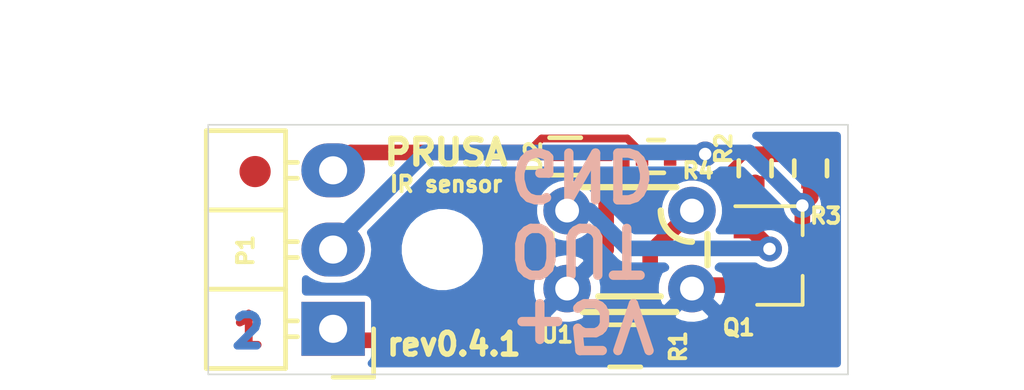
<source format=kicad_pcb>
(kicad_pcb (version 20171130) (host pcbnew 5.1.8+dfsg1-1+b1)

  (general
    (thickness 1.6)
    (drawings 12)
    (tracks 56)
    (zones 0)
    (modules 11)
    (nets 7)
  )

  (page A4)
  (title_block
    (title "IR sensor")
    (date 2020-06-24)
    (rev 0.4.1)
    (company "PRUSA RESEARCH s.r.o")
    (comment 1 http://creativecommons.org/licenses/by-sa/4.0/)
    (comment 2 "Licensed under the Attribution-ShareAlike 4.0 International (CC BY-SA 4.0)")
  )

  (layers
    (0 F.Cu signal)
    (31 B.Cu signal)
    (32 B.Adhes user)
    (33 F.Adhes user)
    (34 B.Paste user)
    (35 F.Paste user)
    (36 B.SilkS user)
    (37 F.SilkS user)
    (38 B.Mask user)
    (39 F.Mask user)
    (40 Dwgs.User user)
    (41 Cmts.User user)
    (42 Eco1.User user)
    (43 Eco2.User user)
    (44 Edge.Cuts user)
    (45 Margin user)
    (46 B.CrtYd user hide)
    (47 F.CrtYd user)
    (48 B.Fab user hide)
    (49 F.Fab user hide)
  )

  (setup
    (last_trace_width 0.25)
    (user_trace_width 0.2)
    (user_trace_width 0.5)
    (trace_clearance 0.2)
    (zone_clearance 0.2)
    (zone_45_only no)
    (trace_min 0.2)
    (via_size 0.8)
    (via_drill 0.4)
    (via_min_size 0.4)
    (via_min_drill 0.3)
    (user_via 1.2 0.5)
    (uvia_size 0.3)
    (uvia_drill 0.1)
    (uvias_allowed no)
    (uvia_min_size 0.2)
    (uvia_min_drill 0.1)
    (edge_width 0.05)
    (segment_width 0.2)
    (pcb_text_width 0.3)
    (pcb_text_size 1.5 1.5)
    (mod_edge_width 0.12)
    (mod_text_size 1 1)
    (mod_text_width 0.15)
    (pad_size 2.032 1.7272)
    (pad_drill 0.9)
    (pad_to_mask_clearance 0.02)
    (solder_mask_min_width 0.25)
    (aux_axis_origin 0 0)
    (visible_elements FFFFFF7F)
    (pcbplotparams
      (layerselection 0x010f8_ffffffff)
      (usegerberextensions true)
      (usegerberattributes false)
      (usegerberadvancedattributes false)
      (creategerberjobfile false)
      (excludeedgelayer true)
      (linewidth 0.100000)
      (plotframeref false)
      (viasonmask false)
      (mode 1)
      (useauxorigin false)
      (hpglpennumber 1)
      (hpglpenspeed 20)
      (hpglpendiameter 15.000000)
      (psnegative false)
      (psa4output false)
      (plotreference true)
      (plotvalue true)
      (plotinvisibletext false)
      (padsonsilk false)
      (subtractmaskfromsilk false)
      (outputformat 1)
      (mirror false)
      (drillshape 0)
      (scaleselection 1)
      (outputdirectory "gerber/"))
  )

  (net 0 "")
  (net 1 "Net-(P1-Pad1)")
  (net 2 "Net-(P1-Pad2)")
  (net 3 "Net-(R1-Pad1)")
  (net 4 "Net-(Q1-Pad1)")
  (net 5 "Net-(D2-Pad1)")
  (net 6 /GND)

  (net_class Default "Toto je výchozí třída sítě."
    (clearance 0.2)
    (trace_width 0.25)
    (via_dia 0.8)
    (via_drill 0.4)
    (uvia_dia 0.3)
    (uvia_drill 0.1)
    (add_net /GND)
    (add_net "Net-(D2-Pad1)")
    (add_net "Net-(P1-Pad1)")
    (add_net "Net-(P1-Pad2)")
    (add_net "Net-(Q1-Pad1)")
    (add_net "Net-(R1-Pad1)")
  )

  (module Resistors_SMD:R_0402 (layer F.Cu) (tedit 58307A8A) (tstamp 5D1DAE39)
    (at 14.351 -6.985)
    (descr "Resistor SMD 0402, reflow soldering, Vishay (see dcrcw.pdf)")
    (tags "resistor 0402")
    (path /5D1DA941)
    (attr smd)
    (fp_text reference R4 (at 1.3462 0.4572) (layer F.SilkS)
      (effects (font (size 0.5 0.5) (thickness 0.15)))
    )
    (fp_text value 56k (at 0 1.8) (layer F.Fab)
      (effects (font (size 1 1) (thickness 0.15)))
    )
    (fp_line (start -0.25 0.525) (end 0.25 0.525) (layer F.SilkS) (width 0.15))
    (fp_line (start 0.25 -0.525) (end -0.25 -0.525) (layer F.SilkS) (width 0.15))
    (fp_line (start 0.95 -0.65) (end 0.95 0.65) (layer F.CrtYd) (width 0.05))
    (fp_line (start -0.95 -0.65) (end -0.95 0.65) (layer F.CrtYd) (width 0.05))
    (fp_line (start -0.95 0.65) (end 0.95 0.65) (layer F.CrtYd) (width 0.05))
    (fp_line (start -0.95 -0.65) (end 0.95 -0.65) (layer F.CrtYd) (width 0.05))
    (fp_line (start -0.5 -0.25) (end 0.5 -0.25) (layer F.Fab) (width 0.1))
    (fp_line (start 0.5 -0.25) (end 0.5 0.25) (layer F.Fab) (width 0.1))
    (fp_line (start 0.5 0.25) (end -0.5 0.25) (layer F.Fab) (width 0.1))
    (fp_line (start -0.5 0.25) (end -0.5 -0.25) (layer F.Fab) (width 0.1))
    (pad 1 smd rect (at -0.45 0) (size 0.4 0.6) (layers F.Cu F.Paste F.Mask)
      (net 5 "Net-(D2-Pad1)"))
    (pad 2 smd rect (at 0.45 0) (size 0.4 0.6) (layers F.Cu F.Paste F.Mask)
      (net 2 "Net-(P1-Pad2)"))
    (model ${KISYS3DMOD}/Resistor_SMD.3dshapes/R_0402_1005Metric.step
      (at (xyz 0 0 0))
      (scale (xyz 1 1 1))
      (rotate (xyz 0 0 0))
    )
  )

  (module Resistors_SMD:R_0402 (layer F.Cu) (tedit 58307A8A) (tstamp 5D1DAE2A)
    (at 19.304 -6.604 90)
    (descr "Resistor SMD 0402, reflow soldering, Vishay (see dcrcw.pdf)")
    (tags "resistor 0402")
    (path /5BE2C39F)
    (attr smd)
    (fp_text reference R3 (at -1.524 0.4826 180) (layer F.SilkS)
      (effects (font (size 0.5 0.5) (thickness 0.15)))
    )
    (fp_text value 10k (at 0 1.8 90) (layer F.Fab)
      (effects (font (size 1 1) (thickness 0.15)))
    )
    (fp_line (start -0.5 0.25) (end -0.5 -0.25) (layer F.Fab) (width 0.1))
    (fp_line (start 0.5 0.25) (end -0.5 0.25) (layer F.Fab) (width 0.1))
    (fp_line (start 0.5 -0.25) (end 0.5 0.25) (layer F.Fab) (width 0.1))
    (fp_line (start -0.5 -0.25) (end 0.5 -0.25) (layer F.Fab) (width 0.1))
    (fp_line (start -0.95 -0.65) (end 0.95 -0.65) (layer F.CrtYd) (width 0.05))
    (fp_line (start -0.95 0.65) (end 0.95 0.65) (layer F.CrtYd) (width 0.05))
    (fp_line (start -0.95 -0.65) (end -0.95 0.65) (layer F.CrtYd) (width 0.05))
    (fp_line (start 0.95 -0.65) (end 0.95 0.65) (layer F.CrtYd) (width 0.05))
    (fp_line (start 0.25 -0.525) (end -0.25 -0.525) (layer F.SilkS) (width 0.15))
    (fp_line (start -0.25 0.525) (end 0.25 0.525) (layer F.SilkS) (width 0.15))
    (pad 2 smd rect (at 0.45 0 90) (size 0.4 0.6) (layers F.Cu F.Paste F.Mask)
      (net 1 "Net-(P1-Pad1)"))
    (pad 1 smd rect (at -0.45 0 90) (size 0.4 0.6) (layers F.Cu F.Paste F.Mask)
      (net 2 "Net-(P1-Pad2)"))
    (model ${KISYS3DMOD}/Resistor_SMD.3dshapes/R_0402_1005Metric.step
      (at (xyz 0 0 0))
      (scale (xyz 1 1 1))
      (rotate (xyz 0 0 0))
    )
  )

  (module Resistors_SMD:R_0402 (layer F.Cu) (tedit 58307A8A) (tstamp 5D1DB41E)
    (at 17.526 -6.604 270)
    (descr "Resistor SMD 0402, reflow soldering, Vishay (see dcrcw.pdf)")
    (tags "resistor 0402")
    (path /5BD6C176)
    (attr smd)
    (fp_text reference R2 (at -0.635 1.016 270) (layer F.SilkS)
      (effects (font (size 0.5 0.5) (thickness 0.15)))
    )
    (fp_text value 10k (at 0 1.8 270) (layer F.Fab)
      (effects (font (size 1 1) (thickness 0.15)))
    )
    (fp_line (start -0.25 0.525) (end 0.25 0.525) (layer F.SilkS) (width 0.15))
    (fp_line (start 0.25 -0.525) (end -0.25 -0.525) (layer F.SilkS) (width 0.15))
    (fp_line (start 0.95 -0.65) (end 0.95 0.65) (layer F.CrtYd) (width 0.05))
    (fp_line (start -0.95 -0.65) (end -0.95 0.65) (layer F.CrtYd) (width 0.05))
    (fp_line (start -0.95 0.65) (end 0.95 0.65) (layer F.CrtYd) (width 0.05))
    (fp_line (start -0.95 -0.65) (end 0.95 -0.65) (layer F.CrtYd) (width 0.05))
    (fp_line (start -0.5 -0.25) (end 0.5 -0.25) (layer F.Fab) (width 0.1))
    (fp_line (start 0.5 -0.25) (end 0.5 0.25) (layer F.Fab) (width 0.1))
    (fp_line (start 0.5 0.25) (end -0.5 0.25) (layer F.Fab) (width 0.1))
    (fp_line (start -0.5 0.25) (end -0.5 -0.25) (layer F.Fab) (width 0.1))
    (pad 1 smd rect (at -0.45 0 270) (size 0.4 0.6) (layers F.Cu F.Paste F.Mask)
      (net 1 "Net-(P1-Pad1)"))
    (pad 2 smd rect (at 0.45 0 270) (size 0.4 0.6) (layers F.Cu F.Paste F.Mask)
      (net 4 "Net-(Q1-Pad1)"))
    (model ${KISYS3DMOD}/Resistor_SMD.3dshapes/R_0402_1005Metric.step
      (at (xyz 0 0 0))
      (scale (xyz 1 1 1))
      (rotate (xyz 0 0 0))
    )
  )

  (module ok1hra:SOD-523-ShortSilk (layer F.Cu) (tedit 5C9A2AB3) (tstamp 5D0CDF26)
    (at 11.938 -6.985)
    (descr "http://www.diodes.com/datasheets/ap02001.pdf p.144")
    (tags "Diode SOD523")
    (path /5D0C3FD7)
    (attr smd)
    (fp_text reference D2 (at -1.524 0 90) (layer F.SilkS)
      (effects (font (size 0.5 0.5) (thickness 0.15)))
    )
    (fp_text value BAT54KFILM (at 0 1.7) (layer F.Fab)
      (effects (font (size 1 1) (thickness 0.15)))
    )
    (fp_line (start 1.25 -0.75) (end 1.25 0.75) (layer F.CrtYd) (width 0.05))
    (fp_line (start -1.25 -0.75) (end 1.25 -0.75) (layer F.CrtYd) (width 0.05))
    (fp_line (start -1.25 0.75) (end -1.25 -0.75) (layer F.CrtYd) (width 0.05))
    (fp_line (start 1.25 0.75) (end -1.25 0.75) (layer F.CrtYd) (width 0.05))
    (fp_line (start 0.1 0) (end 0.25 0) (layer F.Fab) (width 0.15))
    (fp_line (start 0.1 -0.2) (end -0.2 0) (layer F.Fab) (width 0.15))
    (fp_line (start 0.1 0.2) (end 0.1 -0.2) (layer F.Fab) (width 0.15))
    (fp_line (start -0.2 0) (end 0.1 0.2) (layer F.Fab) (width 0.15))
    (fp_line (start -0.2 0) (end -0.35 0) (layer F.Fab) (width 0.15))
    (fp_line (start -0.2 0.2) (end -0.2 -0.2) (layer F.Fab) (width 0.15))
    (fp_line (start 0.6 -0.4) (end 0.6 0.4) (layer F.Fab) (width 0.15))
    (fp_line (start -0.6 -0.4) (end 0.6 -0.4) (layer F.Fab) (width 0.15))
    (fp_line (start -0.6 0.4) (end -0.6 -0.4) (layer F.Fab) (width 0.15))
    (fp_line (start 0.6 0.4) (end -0.6 0.4) (layer F.Fab) (width 0.15))
    (fp_line (start 0.000199 -0.6) (end -1 -0.6) (layer F.SilkS) (width 0.15))
    (fp_line (start -0.01 0.6) (end -1 0.6) (layer F.SilkS) (width 0.15))
    (pad 1 smd rect (at -0.675 0 180) (size 0.65 0.3) (layers F.Cu F.Paste F.Mask)
      (net 5 "Net-(D2-Pad1)"))
    (pad 2 smd rect (at 0.675 0 180) (size 0.65 0.3) (layers F.Cu F.Paste F.Mask)
      (net 6 /GND))
    (model ${KISYS3DMOD}/Diode_SMD.3dshapes/D_SOD-523.step
      (at (xyz 0 0 0))
      (scale (xyz 1 1 1))
      (rotate (xyz 0 0 0))
    )
  )

  (module Fiducials:Fiducial_1mm_Dia_2.54mm_Outer_CopperTop locked (layer F.Cu) (tedit 0) (tstamp 5C1CE6B1)
    (at 19 -1.5)
    (descr "Circular Fiducial, 1mm bare copper top; 2.54mm keepout")
    (tags marker)
    (attr smd)
    (fp_text reference REF** (at 3.4 0.7) (layer F.SilkS) hide
      (effects (font (size 0.5 0.5) (thickness 0.15)))
    )
    (fp_text value Fiducial_1mm_Dia_2.54mm_Outer_CopperTop (at 0 -1.8) (layer F.Fab)
      (effects (font (size 1 1) (thickness 0.15)))
    )
    (fp_circle (center 0 0) (end 1.55 0) (layer F.CrtYd) (width 0.05))
    (pad ~ smd circle (at 0 0) (size 1 1) (layers F.Cu F.Mask)
      (solder_mask_margin 0.77) (clearance 0.77))
  )

  (module TO_SOT_Packages_SMD:SOT-23 (layer F.Cu) (tedit 583F39EB) (tstamp 5BE18B2F)
    (at 18.288 -3.81)
    (descr "SOT-23, Standard")
    (tags SOT-23)
    (path /5BE32902)
    (attr smd)
    (fp_text reference Q1 (at -1.288 2.31 180) (layer F.SilkS)
      (effects (font (size 0.5 0.5) (thickness 0.15)))
    )
    (fp_text value 2N7002KT1G (at 0 2.5) (layer F.Fab)
      (effects (font (size 1 1) (thickness 0.15)))
    )
    (fp_line (start 0.76 1.58) (end 0.76 0.65) (layer F.SilkS) (width 0.12))
    (fp_line (start 0.76 -1.58) (end 0.76 -0.65) (layer F.SilkS) (width 0.12))
    (fp_line (start 0.7 -1.52) (end 0.7 1.52) (layer F.Fab) (width 0.15))
    (fp_line (start -0.7 1.52) (end 0.7 1.52) (layer F.Fab) (width 0.15))
    (fp_line (start -1.7 -1.75) (end 1.7 -1.75) (layer F.CrtYd) (width 0.05))
    (fp_line (start 1.7 -1.75) (end 1.7 1.75) (layer F.CrtYd) (width 0.05))
    (fp_line (start 1.7 1.75) (end -1.7 1.75) (layer F.CrtYd) (width 0.05))
    (fp_line (start -1.7 1.75) (end -1.7 -1.75) (layer F.CrtYd) (width 0.05))
    (fp_line (start 0.76 -1.58) (end -1.4 -1.58) (layer F.SilkS) (width 0.12))
    (fp_line (start -0.7 -1.52) (end 0.7 -1.52) (layer F.Fab) (width 0.15))
    (fp_line (start -0.7 -1.52) (end -0.7 1.52) (layer F.Fab) (width 0.15))
    (fp_line (start 0.76 1.58) (end -0.7 1.58) (layer F.SilkS) (width 0.12))
    (pad 3 smd rect (at 1 0) (size 0.9 0.8) (layers F.Cu F.Paste F.Mask)
      (net 2 "Net-(P1-Pad2)"))
    (pad 2 smd rect (at -1 0.95) (size 0.9 0.8) (layers F.Cu F.Paste F.Mask)
      (net 6 /GND))
    (pad 1 smd rect (at -1 -0.95) (size 0.9 0.8) (layers F.Cu F.Paste F.Mask)
      (net 4 "Net-(Q1-Pad1)"))
    (model ${KISYS3DMOD}/Package_TO_SOT_SMD.3dshapes/SOT-23.step
      (at (xyz 0 0 0))
      (scale (xyz 1 1 1))
      (rotate (xyz 0 0 0))
    )
  )

  (module Mounting_Holes:MountingHole_2.2mm_M2 locked (layer F.Cu) (tedit 56D1B4CB) (tstamp 5BDDDE11)
    (at 7.5 -4)
    (descr "Mounting Hole 2.2mm, no annular, M2")
    (tags "mounting hole 2.2mm no annular m2")
    (attr virtual)
    (fp_text reference REF** (at 0 -3.2) (layer F.SilkS) hide
      (effects (font (size 0.5 0.5) (thickness 0.15)))
    )
    (fp_text value MountingHole_2.2mm_M2 (at 0 3.2) (layer F.Fab)
      (effects (font (size 1 1) (thickness 0.15)))
    )
    (fp_circle (center 0 0) (end 2.2 0) (layer Cmts.User) (width 0.15))
    (fp_circle (center 0 0) (end 2.45 0) (layer F.CrtYd) (width 0.05))
    (pad 1 np_thru_hole circle (at 0 0) (size 2.2 2.2) (drill 2.2) (layers *.Cu *.Mask))
  )

  (module ok1hra:IR-EE-SX1103 (layer F.Cu) (tedit 5BE00A7C) (tstamp 5BDF18B2)
    (at 13.5 -4 180)
    (path /5BD7084A)
    (fp_text reference U1 (at 2.324 -2.73 180) (layer F.SilkS)
      (effects (font (size 0.5 0.5) (thickness 0.15)))
    )
    (fp_text value EE-SX1103 (at 0 0 180) (layer F.Fab)
      (effects (font (size 0.5 0.5) (thickness 0.125)))
    )
    (fp_line (start -1.5 -2) (end 1.5 -2) (layer F.SilkS) (width 0.2))
    (fp_line (start 2.5 -0.5) (end 2.5 0.5) (layer F.SilkS) (width 0.2))
    (fp_line (start 1.5 2) (end -1.5 2) (layer F.SilkS) (width 0.2))
    (fp_line (start -2.5 -0.5) (end -2.5 0.5) (layer F.SilkS) (width 0.2))
    (fp_line (start -1 -1.5) (end 1 -1.5) (layer F.SilkS) (width 0.2))
    (fp_line (start -2.921 -2.159) (end 2.921 -2.159) (layer F.CrtYd) (width 0.1))
    (fp_line (start 2.921 -2.159) (end 2.921 2.159) (layer F.CrtYd) (width 0.1))
    (fp_line (start 2.921 2.159) (end -2.921 2.159) (layer F.CrtYd) (width 0.1))
    (fp_line (start -2.921 2.159) (end -2.921 -2.159) (layer F.CrtYd) (width 0.1))
    (fp_arc (start -2 1.25) (end -1 1.25) (angle -90) (layer F.SilkS) (width 0.2))
    (pad 3 thru_hole circle (at 2 -1.25 180) (size 1.524 1.524) (drill 0.762) (layers *.Cu *.Mask)
      (net 6 /GND))
    (pad 4 thru_hole circle (at 2 1.25 180) (size 1.524 1.524) (drill 0.762) (layers *.Cu *.Mask)
      (net 4 "Net-(Q1-Pad1)"))
    (pad 1 thru_hole circle (at -2 1.25 180) (size 1.524 1.524) (drill 0.762) (layers *.Cu *.Mask)
      (net 3 "Net-(R1-Pad1)"))
    (pad 2 thru_hole circle (at -2 -1.25 180) (size 1.524 1.524) (drill 0.762) (layers *.Cu *.Mask)
      (net 6 /GND))
    (model /home/dan/kicad/hra/lib/ok1hra3d/EE-SX1103.step
      (offset (xyz -2.5 -2 0))
      (scale (xyz 1 1 1))
      (rotate (xyz 0 0 0))
    )
  )

  (module Pin_Headers:Pin_Header_Angled_1x03 (layer F.Cu) (tedit 5DC2C4BD) (tstamp 5BE1B3CB)
    (at 4 -1.46 180)
    (descr "Through hole pin header")
    (tags "pin header")
    (path /5BD70990)
    (fp_text reference P1 (at 2.8028 2.507 270) (layer F.SilkS)
      (effects (font (size 0.5 0.5) (thickness 0.15)))
    )
    (fp_text value CONN_01X03 (at 0 -3.1 180) (layer F.Fab)
      (effects (font (size 1 1) (thickness 0.15)))
    )
    (fp_line (start 1.524 6.35) (end 4.064 6.35) (layer F.SilkS) (width 0.15))
    (fp_line (start 1.524 1.27) (end 4.064 1.27) (layer F.SilkS) (width 0.15))
    (fp_line (start 1.524 1.27) (end 1.524 3.81) (layer F.SilkS) (width 0.15))
    (fp_line (start 1.524 3.81) (end 4.064 3.81) (layer F.SilkS) (width 0.15))
    (fp_line (start 4.064 3.81) (end 4.064 1.27) (layer F.SilkS) (width 0.15))
    (fp_line (start 4.064 6.35) (end 4.064 3.81) (layer F.SilkS) (width 0.15))
    (fp_line (start 1.524 3.81) (end 1.524 6.35) (layer F.SilkS) (width 0.15))
    (fp_line (start 1.524 3.81) (end 4.064 3.81) (layer F.SilkS) (width 0.15))
    (fp_line (start 1.524 -1.27) (end 4.064 -1.27) (layer F.SilkS) (width 0.15))
    (fp_line (start 1.524 -1.27) (end 1.524 1.27) (layer F.SilkS) (width 0.15))
    (fp_line (start 1.524 1.27) (end 4.064 1.27) (layer F.SilkS) (width 0.15))
    (fp_line (start 4.064 1.27) (end 4.064 -1.27) (layer F.SilkS) (width 0.15))
    (fp_line (start 1.524 5.334) (end 1.143 5.334) (layer F.SilkS) (width 0.15))
    (fp_line (start 1.524 4.826) (end 1.143 4.826) (layer F.SilkS) (width 0.15))
    (fp_line (start 1.524 2.794) (end 1.143 2.794) (layer F.SilkS) (width 0.15))
    (fp_line (start 1.524 2.286) (end 1.143 2.286) (layer F.SilkS) (width 0.15))
    (fp_line (start 1.524 0.254) (end 1.143 0.254) (layer F.SilkS) (width 0.15))
    (fp_line (start 1.524 -0.254) (end 1.143 -0.254) (layer F.SilkS) (width 0.15))
    (fp_line (start 0 -1.55) (end -1.3 -1.55) (layer F.SilkS) (width 0.15))
    (fp_line (start -1.3 -1.55) (end -1.3 0) (layer F.SilkS) (width 0.15))
    (fp_line (start -1.5 6.85) (end 10.65 6.85) (layer F.CrtYd) (width 0.05))
    (fp_line (start -1.5 -1.75) (end 10.65 -1.75) (layer F.CrtYd) (width 0.05))
    (fp_line (start 10.65 -1.75) (end 10.65 6.85) (layer F.CrtYd) (width 0.05))
    (fp_line (start -1.5 -1.75) (end -1.5 6.85) (layer F.CrtYd) (width 0.05))
    (pad 1 thru_hole rect (at 0 0 180) (size 2.032 1.7272) (drill 0.9) (layers *.Cu *.Mask)
      (net 1 "Net-(P1-Pad1)"))
    (pad 2 thru_hole oval (at 0 2.54 180) (size 2.032 1.7272) (drill 0.9) (layers *.Cu *.Mask)
      (net 2 "Net-(P1-Pad2)"))
    (pad 3 thru_hole oval (at 0 5.08 180) (size 2.032 1.7272) (drill 0.9) (layers *.Cu *.Mask)
      (net 5 "Net-(D2-Pad1)"))
    (model ${KISYS3DMOD}/Connector_PinHeader_2.54mm.3dshapes/PinHeader_1x03_P2.54mm_Horizontal.step
      (at (xyz 0 0 0))
      (scale (xyz 1 1 1))
      (rotate (xyz 0 0 0))
    )
  )

  (module Resistors_SMD:R_0603 (layer F.Cu) (tedit 58307A47) (tstamp 5BDDD3B4)
    (at 13.3604 -0.9144 180)
    (descr "Resistor SMD 0603, reflow soldering, Vishay (see dcrcw.pdf)")
    (tags "resistor 0603")
    (path /5BD709E3)
    (attr smd)
    (fp_text reference R1 (at -1.7018 -0.0244 270) (layer F.SilkS)
      (effects (font (size 0.5 0.5) (thickness 0.15)))
    )
    (fp_text value 330R (at 0 1.9 180) (layer F.Fab)
      (effects (font (size 1 1) (thickness 0.15)))
    )
    (fp_line (start -0.5 -0.675) (end 0.5 -0.675) (layer F.SilkS) (width 0.15))
    (fp_line (start 0.5 0.675) (end -0.5 0.675) (layer F.SilkS) (width 0.15))
    (fp_line (start 1.3 -0.8) (end 1.3 0.8) (layer F.CrtYd) (width 0.05))
    (fp_line (start -1.3 -0.8) (end -1.3 0.8) (layer F.CrtYd) (width 0.05))
    (fp_line (start -1.3 0.8) (end 1.3 0.8) (layer F.CrtYd) (width 0.05))
    (fp_line (start -1.3 -0.8) (end 1.3 -0.8) (layer F.CrtYd) (width 0.05))
    (fp_line (start -0.8 -0.4) (end 0.8 -0.4) (layer F.Fab) (width 0.1))
    (fp_line (start 0.8 -0.4) (end 0.8 0.4) (layer F.Fab) (width 0.1))
    (fp_line (start 0.8 0.4) (end -0.8 0.4) (layer F.Fab) (width 0.1))
    (fp_line (start -0.8 0.4) (end -0.8 -0.4) (layer F.Fab) (width 0.1))
    (pad 1 smd rect (at -0.75 0 180) (size 0.5 0.9) (layers F.Cu F.Paste F.Mask)
      (net 3 "Net-(R1-Pad1)"))
    (pad 2 smd rect (at 0.75 0 180) (size 0.5 0.9) (layers F.Cu F.Paste F.Mask)
      (net 1 "Net-(P1-Pad1)"))
    (model ${KISYS3DMOD}/Resistor_SMD.3dshapes/R_0603_1608Metric.step
      (at (xyz 0 0 0))
      (scale (xyz 1 1 1))
      (rotate (xyz 0 0 0))
    )
  )

  (module Fiducials:Fiducial_1mm_Dia_2.54mm_Outer_CopperTop locked (layer F.Cu) (tedit 0) (tstamp 5C1CE60C)
    (at 1.5 -6.5)
    (descr "Circular Fiducial, 1mm bare copper top; 2.54mm keepout")
    (tags marker)
    (attr smd)
    (fp_text reference REF** (at 3.4 0.7) (layer F.SilkS) hide
      (effects (font (size 0.5 0.5) (thickness 0.15)))
    )
    (fp_text value Fiducial_1mm_Dia_2.54mm_Outer_CopperTop (at 0 -1.8) (layer F.Fab)
      (effects (font (size 1 1) (thickness 0.15)))
    )
    (fp_circle (center 0 0) (end 1.55 0) (layer F.CrtYd) (width 0.05))
    (pad ~ smd circle (at 0 0) (size 1 1) (layers F.Cu F.Mask)
      (solder_mask_margin 0.77) (clearance 0.77))
  )

  (gr_text 2 (at 1.27 -1.3716) (layer B.Cu)
    (effects (font (size 1 1) (thickness 0.25)))
  )
  (gr_text 1 (at 1.2954 -1.397) (layer F.Cu)
    (effects (font (size 1 1) (thickness 0.25)))
  )
  (gr_text rev0.4.1 (at 7.874 -0.9652) (layer F.SilkS) (tstamp 5BE18FD3)
    (effects (font (size 0.7 0.7) (thickness 0.175)))
  )
  (gr_text "IR sensor" (at 7.62 -6.096) (layer F.SilkS) (tstamp 5BDC1B52)
    (effects (font (size 0.5 0.5) (thickness 0.125)))
  )
  (gr_text PRUSA (at 7.62 -7.112) (layer F.SilkS)
    (effects (font (size 0.8 0.8) (thickness 0.2)))
  )
  (gr_text "+5V\nOUT\nGND" (at 9.5 -4 180) (layer B.SilkS)
    (effects (font (size 1.5 1.5) (thickness 0.3)) (justify left mirror))
  )
  (dimension 20.5 (width 0.15) (layer Margin)
    (gr_text "20,500 mm" (at 10.25 -11.3) (layer Margin)
      (effects (font (size 1 1) (thickness 0.15)))
    )
    (feature1 (pts (xy 20.5 -8) (xy 20.5 -10.586421)))
    (feature2 (pts (xy 0 -8) (xy 0 -10.586421)))
    (crossbar (pts (xy 0 -10) (xy 20.5 -10)))
    (arrow1a (pts (xy 20.5 -10) (xy 19.373496 -9.413579)))
    (arrow1b (pts (xy 20.5 -10) (xy 19.373496 -10.586421)))
    (arrow2a (pts (xy 0 -10) (xy 1.126504 -9.413579)))
    (arrow2b (pts (xy 0 -10) (xy 1.126504 -10.586421)))
  )
  (dimension 8 (width 0.15) (layer Margin)
    (gr_text "8,000 mm" (at 24.8 -4 90) (layer Margin)
      (effects (font (size 1 1) (thickness 0.15)))
    )
    (feature1 (pts (xy 20.5 -8) (xy 24.086421 -8)))
    (feature2 (pts (xy 20.5 0) (xy 24.086421 0)))
    (crossbar (pts (xy 23.5 0) (xy 23.5 -8)))
    (arrow1a (pts (xy 23.5 -8) (xy 24.086421 -6.873496)))
    (arrow1b (pts (xy 23.5 -8) (xy 22.913579 -6.873496)))
    (arrow2a (pts (xy 23.5 0) (xy 24.086421 -1.126504)))
    (arrow2b (pts (xy 23.5 0) (xy 22.913579 -1.126504)))
  )
  (gr_line (start 0 0) (end 0 -8) (layer Edge.Cuts) (width 0.05))
  (gr_line (start 20.5 0) (end 0 0) (layer Edge.Cuts) (width 0.05))
  (gr_line (start 20.5 -8) (end 20.5 0) (layer Edge.Cuts) (width 0.05))
  (gr_line (start 0 -8) (end 20.5 -8) (layer Edge.Cuts) (width 0.05))

  (segment (start 12.4326 -1.0922) (end 12.6104 -0.9144) (width 0.5) (layer F.Cu) (net 1))
  (segment (start 4.3678 -1.0922) (end 12.4326 -1.0922) (width 0.5) (layer F.Cu) (net 1))
  (segment (start 4 -1.46) (end 4.3678 -1.0922) (width 0.5) (layer F.Cu) (net 1))
  (segment (start 19.304 -7.054) (end 17.526 -7.054) (width 0.5) (layer F.Cu) (net 1))
  (segment (start 13.4366 -2.4406) (end 12.6104 -1.6144) (width 0.25) (layer F.Cu) (net 1))
  (segment (start 13.4366 -5.0546) (end 13.4366 -2.4406) (width 0.25) (layer F.Cu) (net 1))
  (segment (start 12.6104 -1.6144) (end 12.6104 -0.9144) (width 0.25) (layer F.Cu) (net 1))
  (segment (start 14.719001 -6.337001) (end 13.4366 -5.0546) (width 0.25) (layer F.Cu) (net 1))
  (segment (start 17.214 -7.054) (end 16.497001 -6.337001) (width 0.25) (layer F.Cu) (net 1))
  (segment (start 17.526 -7.054) (end 17.214 -7.054) (width 0.25) (layer F.Cu) (net 1))
  (segment (start 16.497001 -6.337001) (end 14.719001 -6.337001) (width 0.25) (layer F.Cu) (net 1))
  (segment (start 19.038 -4.06) (end 19.288 -3.81) (width 0.5) (layer F.Cu) (net 2))
  (segment (start 19.038 -5.4102) (end 19.038 -4.06) (width 0.5) (layer F.Cu) (net 2))
  (via (at 19.038 -5.4102) (size 0.8) (drill 0.4) (layers F.Cu B.Cu) (net 2))
  (segment (start 19.304 -5.6762) (end 19.038 -5.4102) (width 0.5) (layer F.Cu) (net 2))
  (segment (start 19.304 -6.154) (end 19.304 -5.6762) (width 0.5) (layer F.Cu) (net 2))
  (via (at 15.924459 -7.062012) (size 0.8) (drill 0.4) (layers F.Cu B.Cu) (net 2))
  (segment (start 15.847447 -6.985) (end 15.924459 -7.062012) (width 0.25) (layer F.Cu) (net 2))
  (segment (start 14.801 -6.985) (end 15.847447 -6.985) (width 0.25) (layer F.Cu) (net 2))
  (segment (start 15.924459 -7.059859) (end 15.7226 -6.858) (width 0.25) (layer B.Cu) (net 2))
  (segment (start 15.924459 -7.062012) (end 15.924459 -7.059859) (width 0.25) (layer B.Cu) (net 2))
  (segment (start 17.3362 -7.112) (end 19.038 -5.4102) (width 0.5) (layer B.Cu) (net 2))
  (segment (start 6.9596 -7.112) (end 17.3362 -7.112) (width 0.5) (layer B.Cu) (net 2))
  (segment (start 4 -4.1524) (end 6.9596 -7.112) (width 0.5) (layer B.Cu) (net 2))
  (segment (start 4 -4) (end 4 -4.1524) (width 0.5) (layer B.Cu) (net 2))
  (segment (start 14.738001 -4.488001) (end 15.5 -5.25) (width 0.5) (layer F.Cu) (net 3))
  (segment (start 14.162011 -3.912011) (end 14.738001 -4.488001) (width 0.5) (layer F.Cu) (net 3))
  (segment (start 14.1104 -0.9144) (end 14.1104 -1.8644) (width 0.5) (layer F.Cu) (net 3))
  (segment (start 14.1104 -1.8644) (end 14.162011 -1.916011) (width 0.5) (layer F.Cu) (net 3))
  (segment (start 14.162011 -1.916011) (end 14.162011 -3.912011) (width 0.5) (layer F.Cu) (net 3))
  (via (at 17.98504 -4.020903) (size 0.8) (drill 0.4) (layers F.Cu B.Cu) (net 4))
  (segment (start 17.98504 -4.06296) (end 17.288 -4.76) (width 0.5) (layer F.Cu) (net 4))
  (segment (start 17.98504 -4.020903) (end 17.98504 -4.06296) (width 0.5) (layer F.Cu) (net 4))
  (segment (start 17.526 -4.998) (end 17.288 -4.76) (width 0.5) (layer F.Cu) (net 4))
  (segment (start 17.526 -6.154) (end 17.526 -4.998) (width 0.5) (layer F.Cu) (net 4))
  (segment (start 13.437201 -4.037999) (end 17.967944 -4.037999) (width 0.5) (layer B.Cu) (net 4))
  (segment (start 17.967944 -4.037999) (end 17.98504 -4.020903) (width 0.5) (layer B.Cu) (net 4))
  (segment (start 12.2252 -5.25) (end 13.437201 -4.037999) (width 0.5) (layer B.Cu) (net 4))
  (segment (start 11.5 -5.25) (end 12.2252 -5.25) (width 0.5) (layer B.Cu) (net 4))
  (segment (start 4 -6.54) (end 4.318 -6.858) (width 0.5) (layer F.Cu) (net 5))
  (segment (start 4.572 -7.112) (end 10.2362 -7.112) (width 0.5) (layer F.Cu) (net 5))
  (segment (start 4 -6.54) (end 4.572 -7.112) (width 0.5) (layer F.Cu) (net 5))
  (segment (start 10.684208 -7.560008) (end 10.2362 -7.112) (width 0.25) (layer F.Cu) (net 5))
  (segment (start 13.425992 -7.560008) (end 10.684208 -7.560008) (width 0.25) (layer F.Cu) (net 5))
  (segment (start 13.901 -7.085) (end 13.425992 -7.560008) (width 0.25) (layer F.Cu) (net 5))
  (segment (start 13.901 -6.985) (end 13.901 -7.085) (width 0.25) (layer F.Cu) (net 5))
  (segment (start 11.263 -6.985) (end 10.3632 -6.985) (width 0.25) (layer F.Cu) (net 5))
  (segment (start 15.61 -2.86) (end 15.5 -2.75) (width 0.5) (layer F.Cu) (net 6))
  (segment (start 17.288 -2.86) (end 15.61 -2.86) (width 0.5) (layer F.Cu) (net 6))
  (segment (start 11.5 -2.75) (end 12.7508 -4.0008) (width 0.5) (layer F.Cu) (net 6))
  (segment (start 13.375999 -6.973591) (end 13.375999 -6.619599) (width 0.25) (layer F.Cu) (net 6))
  (segment (start 12.7508 -5.9944) (end 12.7508 -5.8166) (width 0.25) (layer F.Cu) (net 6))
  (segment (start 13.375999 -6.619599) (end 12.7508 -5.9944) (width 0.25) (layer F.Cu) (net 6))
  (segment (start 13.36459 -6.985) (end 13.375999 -6.973591) (width 0.25) (layer F.Cu) (net 6))
  (segment (start 12.613 -6.985) (end 13.36459 -6.985) (width 0.25) (layer F.Cu) (net 6))
  (segment (start 12.7508 -5.8166) (end 12.7508 -4.0008) (width 0.5) (layer F.Cu) (net 6))

  (zone (net 6) (net_name /GND) (layer B.Cu) (tstamp 5EF333EE) (hatch edge 0.508)
    (connect_pads (clearance 0.2))
    (min_thickness 0.254)
    (fill yes (arc_segments 16) (thermal_gap 0.3) (thermal_bridge_width 0.508))
    (polygon
      (pts
        (xy 3 -8.5) (xy 21 -8.5) (xy 21 0.5) (xy 3 0.5)
      )
    )
    (filled_polygon
      (pts
        (xy 20.148001 -0.352) (xy 5.233651 -0.352) (xy 5.248343 -0.364057) (xy 5.289206 -0.41385) (xy 5.31957 -0.470657)
        (xy 5.338268 -0.532297) (xy 5.344582 -0.5964) (xy 5.344582 -1.896123) (xy 10.825728 -1.896123) (xy 10.904465 -1.714252)
        (xy 11.117973 -1.61797) (xy 11.346162 -1.565192) (xy 11.580262 -1.557945) (xy 11.811279 -1.596509) (xy 12.030333 -1.679401)
        (xy 12.095535 -1.714252) (xy 12.174272 -1.896123) (xy 14.825728 -1.896123) (xy 14.904465 -1.714252) (xy 15.117973 -1.61797)
        (xy 15.346162 -1.565192) (xy 15.580262 -1.557945) (xy 15.811279 -1.596509) (xy 16.030333 -1.679401) (xy 16.095535 -1.714252)
        (xy 16.174272 -1.896123) (xy 15.5 -2.570395) (xy 14.825728 -1.896123) (xy 12.174272 -1.896123) (xy 11.5 -2.570395)
        (xy 10.825728 -1.896123) (xy 5.344582 -1.896123) (xy 5.344582 -2.3236) (xy 5.338268 -2.387703) (xy 5.31957 -2.449343)
        (xy 5.289206 -2.50615) (xy 5.248343 -2.555943) (xy 5.19855 -2.596806) (xy 5.141743 -2.62717) (xy 5.080103 -2.645868)
        (xy 5.016 -2.652182) (xy 3.127 -2.652182) (xy 3.127 -3.05117) (xy 3.182938 -3.005263) (xy 3.389773 -2.894707)
        (xy 3.614202 -2.826628) (xy 3.789119 -2.8094) (xy 4.210881 -2.8094) (xy 4.385798 -2.826628) (xy 4.610227 -2.894707)
        (xy 4.817062 -3.005263) (xy 4.998354 -3.154046) (xy 5.147137 -3.335338) (xy 5.257693 -3.542173) (xy 5.325772 -3.766602)
        (xy 5.34876 -4) (xy 5.334918 -4.140547) (xy 6.073 -4.140547) (xy 6.073 -3.859453) (xy 6.127838 -3.583759)
        (xy 6.235409 -3.324062) (xy 6.391576 -3.09034) (xy 6.59034 -2.891576) (xy 6.824062 -2.735409) (xy 7.083759 -2.627838)
        (xy 7.359453 -2.573) (xy 7.640547 -2.573) (xy 7.916241 -2.627838) (xy 8.017395 -2.669738) (xy 10.307945 -2.669738)
        (xy 10.346509 -2.438721) (xy 10.429401 -2.219667) (xy 10.464252 -2.154465) (xy 10.646123 -2.075728) (xy 11.320395 -2.75)
        (xy 11.679605 -2.75) (xy 12.353877 -2.075728) (xy 12.535748 -2.154465) (xy 12.63203 -2.367973) (xy 12.684808 -2.596162)
        (xy 12.692055 -2.830262) (xy 12.653491 -3.061279) (xy 12.570599 -3.280333) (xy 12.535748 -3.345535) (xy 12.353877 -3.424272)
        (xy 11.679605 -2.75) (xy 11.320395 -2.75) (xy 10.646123 -3.424272) (xy 10.464252 -3.345535) (xy 10.36797 -3.132027)
        (xy 10.315192 -2.903838) (xy 10.307945 -2.669738) (xy 8.017395 -2.669738) (xy 8.175938 -2.735409) (xy 8.40966 -2.891576)
        (xy 8.608424 -3.09034) (xy 8.764591 -3.324062) (xy 8.872162 -3.583759) (xy 8.876163 -3.603877) (xy 10.825728 -3.603877)
        (xy 11.5 -2.929605) (xy 12.174272 -3.603877) (xy 12.095535 -3.785748) (xy 11.882027 -3.88203) (xy 11.653838 -3.934808)
        (xy 11.419738 -3.942055) (xy 11.188721 -3.903491) (xy 10.969667 -3.820599) (xy 10.904465 -3.785748) (xy 10.825728 -3.603877)
        (xy 8.876163 -3.603877) (xy 8.927 -3.859453) (xy 8.927 -4.140547) (xy 8.872162 -4.416241) (xy 8.764591 -4.675938)
        (xy 8.608424 -4.90966) (xy 8.40966 -5.108424) (xy 8.175938 -5.264591) (xy 7.952225 -5.357257) (xy 10.411 -5.357257)
        (xy 10.411 -5.142743) (xy 10.45285 -4.93235) (xy 10.534941 -4.734165) (xy 10.654119 -4.555803) (xy 10.805803 -4.404119)
        (xy 10.984165 -4.284941) (xy 11.18235 -4.20285) (xy 11.392743 -4.161) (xy 11.607257 -4.161) (xy 11.81765 -4.20285)
        (xy 12.015835 -4.284941) (xy 12.194197 -4.404119) (xy 12.224638 -4.43456) (xy 13.009166 -3.650032) (xy 13.027227 -3.628025)
        (xy 13.049234 -3.609964) (xy 13.049236 -3.609962) (xy 13.056651 -3.603877) (xy 13.115086 -3.55592) (xy 13.215325 -3.502342)
        (xy 13.324089 -3.469349) (xy 13.408865 -3.460999) (xy 13.408871 -3.460999) (xy 13.4372 -3.458209) (xy 13.465529 -3.460999)
        (xy 14.609393 -3.460999) (xy 14.646121 -3.424271) (xy 14.464252 -3.345535) (xy 14.36797 -3.132027) (xy 14.315192 -2.903838)
        (xy 14.307945 -2.669738) (xy 14.346509 -2.438721) (xy 14.429401 -2.219667) (xy 14.464252 -2.154465) (xy 14.646123 -2.075728)
        (xy 15.320395 -2.75) (xy 15.306253 -2.764143) (xy 15.485858 -2.943748) (xy 15.5 -2.929605) (xy 15.514143 -2.943748)
        (xy 15.693748 -2.764143) (xy 15.679605 -2.75) (xy 16.353877 -2.075728) (xy 16.535748 -2.154465) (xy 16.63203 -2.367973)
        (xy 16.684808 -2.596162) (xy 16.692055 -2.830262) (xy 16.653491 -3.061279) (xy 16.570599 -3.280333) (xy 16.535748 -3.345535)
        (xy 16.353879 -3.424271) (xy 16.390607 -3.460999) (xy 17.51681 -3.460999) (xy 17.521604 -3.456205) (xy 17.640676 -3.376644)
        (xy 17.772982 -3.321841) (xy 17.913437 -3.293903) (xy 18.056643 -3.293903) (xy 18.197098 -3.321841) (xy 18.329404 -3.376644)
        (xy 18.448476 -3.456205) (xy 18.549738 -3.557467) (xy 18.629299 -3.676539) (xy 18.684102 -3.808845) (xy 18.71204 -3.9493)
        (xy 18.71204 -4.092506) (xy 18.684102 -4.232961) (xy 18.629299 -4.365267) (xy 18.549738 -4.484339) (xy 18.448476 -4.585601)
        (xy 18.329404 -4.665162) (xy 18.197098 -4.719965) (xy 18.056643 -4.747903) (xy 17.913437 -4.747903) (xy 17.772982 -4.719965)
        (xy 17.640676 -4.665162) (xy 17.565601 -4.614999) (xy 16.385435 -4.614999) (xy 16.465059 -4.734165) (xy 16.54715 -4.93235)
        (xy 16.589 -5.142743) (xy 16.589 -5.357257) (xy 16.54715 -5.56765) (xy 16.465059 -5.765835) (xy 16.345881 -5.944197)
        (xy 16.194197 -6.095881) (xy 16.015835 -6.215059) (xy 15.81765 -6.29715) (xy 15.607257 -6.339) (xy 15.392743 -6.339)
        (xy 15.18235 -6.29715) (xy 14.984165 -6.215059) (xy 14.805803 -6.095881) (xy 14.654119 -5.944197) (xy 14.534941 -5.765835)
        (xy 14.45285 -5.56765) (xy 14.411 -5.357257) (xy 14.411 -5.142743) (xy 14.45285 -4.93235) (xy 14.534941 -4.734165)
        (xy 14.614565 -4.614999) (xy 13.676203 -4.614999) (xy 12.653239 -5.637962) (xy 12.635174 -5.659974) (xy 12.547315 -5.732079)
        (xy 12.454447 -5.781717) (xy 12.345881 -5.944197) (xy 12.194197 -6.095881) (xy 12.015835 -6.215059) (xy 11.81765 -6.29715)
        (xy 11.607257 -6.339) (xy 11.392743 -6.339) (xy 11.18235 -6.29715) (xy 10.984165 -6.215059) (xy 10.805803 -6.095881)
        (xy 10.654119 -5.944197) (xy 10.534941 -5.765835) (xy 10.45285 -5.56765) (xy 10.411 -5.357257) (xy 7.952225 -5.357257)
        (xy 7.916241 -5.372162) (xy 7.640547 -5.427) (xy 7.359453 -5.427) (xy 7.083759 -5.372162) (xy 6.824062 -5.264591)
        (xy 6.59034 -5.108424) (xy 6.391576 -4.90966) (xy 6.235409 -4.675938) (xy 6.127838 -4.416241) (xy 6.073 -4.140547)
        (xy 5.334918 -4.140547) (xy 5.325772 -4.233398) (xy 5.257693 -4.457827) (xy 5.210228 -4.546627) (xy 7.198601 -6.535)
        (xy 15.403686 -6.535) (xy 15.470267 -6.480358) (xy 15.548791 -6.438386) (xy 15.549568 -6.43815) (xy 15.580095 -6.417753)
        (xy 15.712401 -6.36295) (xy 15.852856 -6.335012) (xy 15.996062 -6.335012) (xy 16.136517 -6.36295) (xy 16.268823 -6.417753)
        (xy 16.387895 -6.497314) (xy 16.425581 -6.535) (xy 17.097199 -6.535) (xy 18.31532 -5.316879) (xy 18.338938 -5.198142)
        (xy 18.393741 -5.065836) (xy 18.473302 -4.946764) (xy 18.574564 -4.845502) (xy 18.693636 -4.765941) (xy 18.825942 -4.711138)
        (xy 18.966397 -4.6832) (xy 19.109603 -4.6832) (xy 19.250058 -4.711138) (xy 19.382364 -4.765941) (xy 19.501436 -4.845502)
        (xy 19.602698 -4.946764) (xy 19.682259 -5.065836) (xy 19.737062 -5.198142) (xy 19.765 -5.338597) (xy 19.765 -5.481803)
        (xy 19.737062 -5.622258) (xy 19.682259 -5.754564) (xy 19.602698 -5.873636) (xy 19.501436 -5.974898) (xy 19.382364 -6.054459)
        (xy 19.250058 -6.109262) (xy 19.131321 -6.13288) (xy 17.764239 -7.499962) (xy 17.746174 -7.521974) (xy 17.658315 -7.594079)
        (xy 17.558076 -7.647657) (xy 17.556945 -7.648) (xy 20.148 -7.648)
      )
    )
  )
)

</source>
